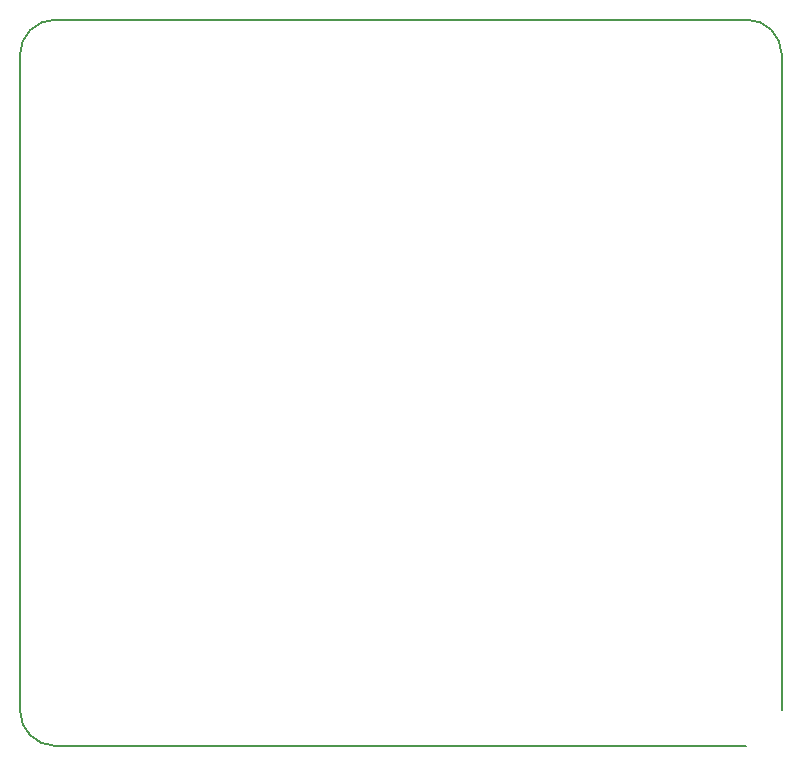
<source format=gbr>
G04 #@! TF.GenerationSoftware,KiCad,Pcbnew,(5.0.2)-1*
G04 #@! TF.CreationDate,2019-04-15T19:45:36+09:00*
G04 #@! TF.ProjectId,________,b5fcdc28-fb90-4fa7-9f2e-6b696361645f,rev?*
G04 #@! TF.SameCoordinates,Original*
G04 #@! TF.FileFunction,Profile,NP*
%FSLAX46Y46*%
G04 Gerber Fmt 4.6, Leading zero omitted, Abs format (unit mm)*
G04 Created by KiCad (PCBNEW (5.0.2)-1) date 2019/04/15 19:45:36*
%MOMM*%
%LPD*%
G01*
G04 APERTURE LIST*
%ADD10C,0.200000*%
%ADD11C,0.150000*%
G04 APERTURE END LIST*
D10*
X199750000Y-39750000D02*
G75*
G02X202750000Y-42750000I0J-3000000D01*
G01*
D11*
X138250000Y-42750000D02*
G75*
G02X141250000Y-39750000I3000000J0D01*
G01*
X141250000Y-101250000D02*
G75*
G02X138250000Y-98250000I0J3000000D01*
G01*
X199750000Y-101250000D02*
X141250000Y-101250000D01*
X202750000Y-42750000D02*
X202750000Y-98250000D01*
X141250000Y-39750000D02*
X199750000Y-39750000D01*
X138250000Y-98250000D02*
X138250000Y-42750000D01*
M02*

</source>
